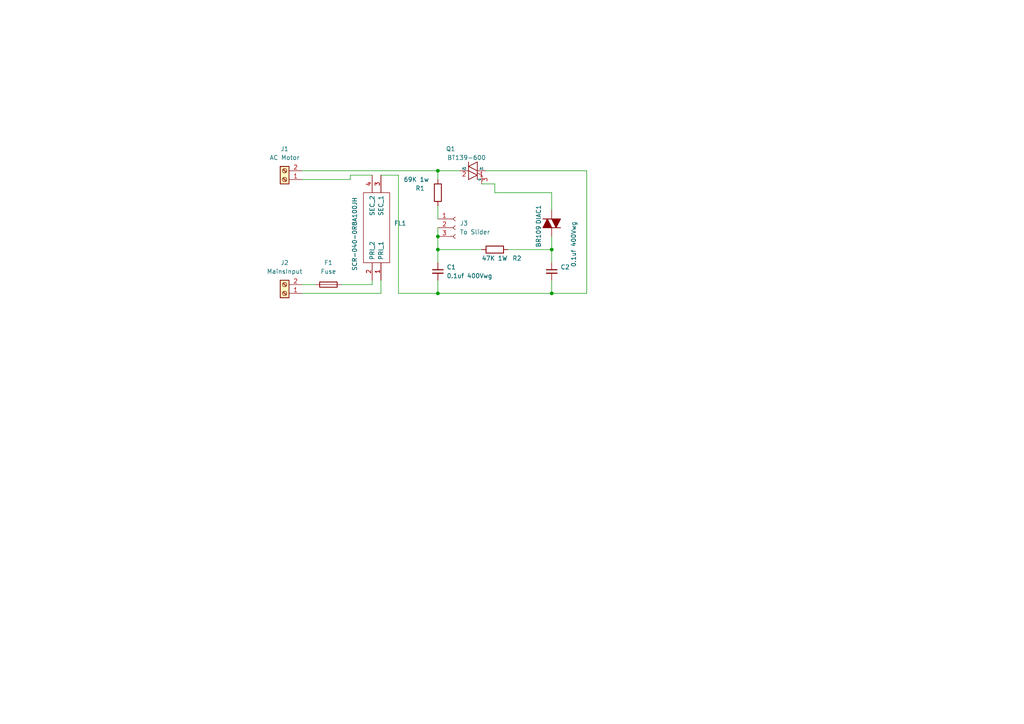
<source format=kicad_sch>
(kicad_sch (version 20211123) (generator eeschema)
  (paper "A4")
  (lib_symbols
    (symbol "Connector:Conn_01x03_Female" (pin_names (offset 1.016) hide)
      (property "Reference" "J" (at 0 5.08 0))
      (property "Value" "Conn_01x03_Female" (at 0 -5.08 0))
      (symbol "Conn_01x03_Female_1_1"
        (arc (start 0 -2.032) (mid -0.508 -2.54) (end 0 -3.048) (stroke (width 0.1524)))
        (polyline (pts (xy -1.27 -2.54) (xy -0.508 -2.54)) (stroke (width 0.1524)))
        (polyline (pts (xy -1.27 0) (xy -0.508 0)) (stroke (width 0.1524)))
        (polyline (pts (xy -1.27 2.54) (xy -0.508 2.54)) (stroke (width 0.1524)))
        (arc (start 0 0.508) (mid -0.508 0) (end 0 -0.508) (stroke (width 0.1524)))
        (arc (start 0 3.048) (mid -0.508 2.54) (end 0 2.032) (stroke (width 0.1524)))
        (pin passive line (at -5.08 2.54 0) (length 3.81) (name "Pin_1") (number "1"))
        (pin passive line (at -5.08 0 0) (length 3.81) (name "Pin_2") (number "2"))
        (pin passive line (at -5.08 -2.54 0) (length 3.81) (name "Pin_3") (number "3"))
      )
    )
    (symbol "Connector:Screw_Terminal_01x02" (pin_names (offset 1.016) hide)
      (property "Reference" "J" (at 0 2.54 0))
      (property "Value" "Screw_Terminal_01x02" (at 0 -5.08 0))
      (symbol "Screw_Terminal_01x02_1_1"
        (rectangle (start -1.27 1.27) (end 1.27 -3.81) (stroke (width 0.254)) (fill (type background)))
        (circle (center 0 -2.54) (radius 0.635) (stroke (width 0.1524)))
        (polyline (pts (xy -0.5334 -2.2098) (xy 0.3302 -3.048)) (stroke (width 0.1524)))
        (polyline (pts (xy -0.5334 0.3302) (xy 0.3302 -0.508)) (stroke (width 0.1524)))
        (polyline (pts (xy -0.3556 -2.032) (xy 0.508 -2.8702)) (stroke (width 0.1524)))
        (polyline (pts (xy -0.3556 0.508) (xy 0.508 -0.3302)) (stroke (width 0.1524)))
        (circle (center 0 0) (radius 0.635) (stroke (width 0.1524)))
        (pin passive line (at -5.08 0 0) (length 3.81) (name "Pin_1") (number "1"))
        (pin passive line (at -5.08 -2.54 0) (length 3.81) (name "Pin_2") (number "2"))
      )
    )
    (symbol "Device:C_Small" (pin_numbers hide) (pin_names (offset 0.254) hide)
      (property "Reference" "C" (at 0.254 1.778 0))
      (property "Value" "C_Small" (at 0.254 -2.032 0))
      (symbol "C_Small_0_1"
        (polyline (pts (xy -1.524 -0.508) (xy 1.524 -0.508)) (stroke (width 0.3302)))
        (polyline (pts (xy -1.524 0.508) (xy 1.524 0.508)) (stroke (width 0.3048)))
      )
      (symbol "C_Small_1_1"
        (pin passive line (at 0 2.54 270) (length 2.032) (name "~") (number "1"))
        (pin passive line (at 0 -2.54 90) (length 2.032) (name "~") (number "2"))
      )
    )
    (symbol "Device:DIAC" (pin_numbers hide) (pin_names (offset 1.016) hide)
      (property "Reference" "D" (at 0 3.81 0))
      (property "Value" "DIAC" (at 0 -3.81 0))
      (symbol "DIAC_0_1"
        (polyline (pts (xy -1.27 -2.54) (xy -1.27 2.54) (xy 1.27 1.27) (xy -1.27 0)) (stroke (width 0.254)) (fill (type outline)))
        (polyline (pts (xy 1.27 2.54) (xy 1.27 -2.54) (xy -1.27 -1.27) (xy 1.27 0)) (stroke (width 0.254)) (fill (type outline)))
      )
      (symbol "DIAC_1_1"
        (pin passive line (at -3.81 0 0) (length 2.54) (name "K") (number "1"))
        (pin passive line (at 3.81 0 180) (length 2.54) (name "A") (number "2"))
      )
    )
    (symbol "Device:Fuse" (pin_numbers hide) (pin_names (offset 0))
      (property "Reference" "F" (at 2.032 0 90))
      (property "Value" "Fuse" (at -1.905 0 90))
      (symbol "Fuse_0_1"
        (rectangle (start -0.762 -2.54) (end 0.762 2.54) (stroke (width 0.254)))
        (polyline (pts (xy 0 2.54) (xy 0 -2.54)))
      )
      (symbol "Fuse_1_1"
        (pin passive line (at 0 3.81 270) (length 1.27) (name "~") (number "1"))
        (pin passive line (at 0 -3.81 90) (length 1.27) (name "~") (number "2"))
      )
    )
    (symbol "Device:R" (pin_numbers hide) (pin_names (offset 0))
      (property "Reference" "R" (at 2.032 0 90))
      (property "Value" "R" (at 0 0 90))
      (symbol "R_0_1"
        (rectangle (start -1.016 -2.54) (end 1.016 2.54) (stroke (width 0.254)))
      )
      (symbol "R_1_1"
        (pin passive line (at 0 3.81 270) (length 1.27) (name "~") (number "1"))
        (pin passive line (at 0 -3.81 90) (length 1.27) (name "~") (number "2"))
      )
    )
    (symbol "MainsFilters:SCR-040-0R8A100JH" (pin_names (offset 0.762))
      (property "Reference" "FL" (at 26.67 7.62 0))
      (property "Value" "SCR-040-0R8A100JH" (at 26.67 5.08 0))
      (symbol "SCR-040-0R8A100JH_0_0"
        (pin passive line (at 0 -2.54 0) (length 5.08) (name "PRI_1") (number "1"))
        (pin passive line (at 0 0 0) (length 5.08) (name "PRI_2") (number "2"))
        (pin passive line (at 30.48 -2.54 180) (length 5.08) (name "SEC_1") (number "3"))
        (pin passive line (at 30.48 0 180) (length 5.08) (name "SEC_2") (number "4"))
      )
      (symbol "SCR-040-0R8A100JH_0_1"
        (polyline (pts (xy 5.08 2.54) (xy 25.4 2.54) (xy 25.4 -5.08) (xy 5.08 -5.08) (xy 5.08 2.54)) (stroke (width 0.1524)))
      )
    )
    (symbol "Triac_Thyristor:BT139-600" (pin_names (offset 0))
      (property "Reference" "Q" (at 5.08 1.905 0))
      (property "Value" "BT139-600" (at 5.08 0 0))
      (symbol "BT139-600_0_1"
        (polyline (pts (xy -2.54 -1.27) (xy 2.54 -1.27)) (stroke (width 0.2032)))
        (polyline (pts (xy -2.54 1.27) (xy 2.54 1.27)) (stroke (width 0.2032)))
        (polyline (pts (xy -1.27 -2.54) (xy -0.635 -1.27)))
        (polyline (pts (xy -2.54 1.27) (xy -1.27 -1.27) (xy 0 1.27)) (stroke (width 0.2032)))
        (polyline (pts (xy 0 -1.27) (xy 1.27 1.27) (xy 2.54 -1.27)) (stroke (width 0.2032)))
      )
      (symbol "BT139-600_1_1"
        (pin passive line (at 0 -3.81 90) (length 2.54) (name "A1") (number "1"))
        (pin passive line (at 0 3.81 270) (length 2.54) (name "A2") (number "2"))
        (pin input line (at -3.81 -2.54 0) (length 2.54) (name "G") (number "3"))
      )
    )
  )
  (junction (at 160.02 72.39))
  (junction (at 127 72.39))
  (junction (at 127 49.53))
  (junction (at 127 68.58))
  (junction (at 160.02 85.09))
  (junction (at 127 85.09))
  (wire (pts (xy 170.18 49.53) (xy 170.18 85.09)))
  (wire (pts (xy 115.57 85.09) (xy 127 85.09)))
  (wire (pts (xy 101.6 50.8) (xy 101.6 52.07)))
  (wire (pts (xy 115.57 50.8) (xy 115.57 85.09)))
  (wire (pts (xy 127 66.04) (xy 127 68.58)))
  (wire (pts (xy 147.32 72.39) (xy 160.02 72.39)))
  (wire (pts (xy 170.18 85.09) (xy 160.02 85.09)))
  (wire (pts (xy 160.02 72.39) (xy 160.02 76.2)))
  (wire (pts (xy 127 49.53) (xy 133.35 49.53)))
  (wire (pts (xy 127 72.39) (xy 127 76.2)))
  (wire (pts (xy 110.49 50.8) (xy 115.57 50.8)))
  (wire (pts (xy 107.95 50.8) (xy 101.6 50.8)))
  (wire (pts (xy 127 49.53) (xy 127 52.07)))
  (wire (pts (xy 101.6 52.07) (xy 87.63 52.07)))
  (wire (pts (xy 110.49 81.28) (xy 110.49 85.09)))
  (wire (pts (xy 127 72.39) (xy 139.7 72.39)))
  (wire (pts (xy 160.02 81.28) (xy 160.02 85.09)))
  (wire (pts (xy 107.95 81.28) (xy 107.95 82.55)))
  (wire (pts (xy 160.02 60.96) (xy 160.02 55.88)))
  (wire (pts (xy 99.06 82.55) (xy 107.95 82.55)))
  (wire (pts (xy 127 59.69) (xy 127 63.5)))
  (wire (pts (xy 140.97 49.53) (xy 170.18 49.53)))
  (wire (pts (xy 87.63 49.53) (xy 127 49.53)))
  (wire (pts (xy 160.02 85.09) (xy 127 85.09)))
  (wire (pts (xy 87.63 85.09) (xy 110.49 85.09)))
  (wire (pts (xy 143.51 53.34) (xy 139.7 53.34)))
  (wire (pts (xy 87.63 82.55) (xy 91.44 82.55)))
  (wire (pts (xy 127 68.58) (xy 127 72.39)))
  (wire (pts (xy 127 81.28) (xy 127 85.09)))
  (wire (pts (xy 160.02 68.58) (xy 160.02 72.39)))
  (wire (pts (xy 160.02 55.88) (xy 143.51 55.88)))
  (wire (pts (xy 143.51 55.88) (xy 143.51 53.34)))
  (symbol (lib_id "Device:R") (at 127 55.88 180) (unit 1)
    (property "Reference" "R1" (at 123.19 54.61 0) (effects (justify left)))
    (property "Value" "69K 1w" (at 124.46 52.07 0) (effects (justify left)))
    (property "Footprint" "Resistor_THT:R_Axial_DIN0204_L3.6mm_D1.6mm_P7.62mm_Horizontal" (effects hide))
  )
  (symbol (lib_id "Device:R") (at 143.51 72.39 270) (unit 1)
    (property "Reference" "R2" (at 148.59 74.93 90) (effects (justify left)))
    (property "Value" "47K 1W" (at 139.7 74.93 90) (effects (justify left)))
    (property "Footprint" "Resistor_THT:R_Axial_DIN0204_L3.6mm_D1.6mm_P7.62mm_Horizontal" (effects hide))
  )
  (symbol (lib_id "Connector:Screw_Terminal_01x02") (at 82.55 52.07 180) (unit 1)
    (property "Reference" "J1" (at 82.55 43.18 0))
    (property "Value" "AC Motor" (at 82.55 45.72 0))
    (property "Footprint" "TerminalBlock_RND:TerminalBlock_RND_205-00276_1x02_P5.00mm_Vertical" (effects hide))
  )
  (symbol (lib_id "Device:C_Small") (at 127 78.74 0) (unit 1)
    (property "Reference" "C1" (at 129.54 77.4762 0) (effects (justify left)))
    (property "Value" "0.1uf 400Vwg" (at 129.54 80.0162 0) (effects (justify left)))
    (property "Footprint" "Capacitor_THT:C_Axial_L12.0mm_D6.5mm_P20.00mm_Horizontal" (effects hide))
  )
  (symbol (lib_id "Device:C_Small") (at 160.02 78.74 0) (unit 1)
    (property "Reference" "C2" (at 162.56 77.4762 0) (effects (justify left)))
    (property "Value" "0.1uf 400Vwg" (at 166.37 77.47 90) (effects (justify left)))
    (property "Footprint" "Capacitor_THT:C_Axial_L12.0mm_D6.5mm_P20.00mm_Horizontal" (effects hide))
  )
  (symbol (lib_id "Triac_Thyristor:BT139-600") (at 137.16 49.53 90) (unit 1)
    (property "Reference" "Q1" (at 132.08 43.18 90) (effects (justify left)))
    (property "Value" "BT139-600" (at 140.97 45.72 90) (effects (justify left)))
    (property "Footprint" "Package_TO_SOT_THT:TO-220-3_Vertical" (effects hide))
    (property "Datasheet" "https://www.rapidonline.com/pdf/47-3240.pdf" (effects hide))
  )
  (symbol (lib_id "Device:DIAC") (at 160.02 64.77 90) (unit 1)
    (property "Reference" "DIAC1" (at 156.21 62.23 0))
    (property "Value" "BR109" (at 156.21 68.58 0))
    (property "Footprint" "Diode_THT:D_DO-35_SOD27_P7.62mm_Horizontal" (effects hide))
  )
  (symbol (lib_id "Connector:Screw_Terminal_01x02") (at 82.55 85.09 180) (unit 1)
    (property "Reference" "J2" (at 82.55 76.2 0))
    (property "Value" "MainsInput" (at 82.55 78.74 0))
    (property "Footprint" "TerminalBlock_RND:TerminalBlock_RND_205-00276_1x02_P5.00mm_Vertical" (effects hide))
  )
  (symbol (lib_id "Device:Fuse") (at 95.25 82.55 90) (unit 1)
    (property "Reference" "F1" (at 95.25 76.2 90))
    (property "Value" "Fuse" (at 95.25 78.74 90))
    (property "Footprint" "Fuse:Fuse_SunFuse-6HP" (effects hide))
  )
  (symbol (lib_id "Connector:Conn_01x03_Female") (at 132.08 66.04 0) (unit 1)
    (property "Reference" "J3" (at 133.35 64.7699 0) (effects (justify left)))
    (property "Value" "To Slider" (at 133.35 67.3099 0) (effects (justify left)))
    (property "Footprint" "Connector_JST:JST_NV_B03P-NV_1x03_P5.00mm_Vertical" (effects hide))
  )
  (symbol (lib_id "MainsFilters:SCR-040-0R8A100JH") (at 107.95 81.28 90) (unit 1)
    (property "Reference" "FL1" (at 114.3 64.7699 90) (effects (justify right)))
    (property "Value" "SCR-040-0R8A100JH" (at 102.87 57.15 0) (effects (justify right)))
    (property "Footprint" "Inductor_THT:Choke_Schaffner_RN202-04-8.8x18.2mm" (effects hide))
    (property "Datasheet" "https://api.kemet.com/component-edge/download/datasheet/SCR-040-0R8A100JH.pdf" (effects hide))
    (property "Description" "Common Mode Chokes / Filters 250V 4A 10mH DCR=65mOhms" (effects hide))
    (property "Height" "23" (effects hide))
    (property "Manufacturer_Name" "KEMET" (effects hide))
    (property "Manufacturer_Part_Number" "SCR-040-0R8A100JH" (effects hide))
    (property "Mouser Part Number" "80-SCR-040-0R8A100JH" (effects hide))
    (property "Mouser Price/Stock" "https://www.mouser.co.uk/ProductDetail/KEMET/SCR-040-0R8A100JH?qs=u16ybLDytRZZh2DLrnSTQg%3D%3D" (effects hide))
    (property "Arrow Part Number" "SCR-040-0R8A100JH" (effects hide))
    (property "Arrow Price/Stock" "https://www.arrow.com/en/products/scr-040-0r8a100jh/kemet-corporation" (effects hide))
  )
)
</source>
